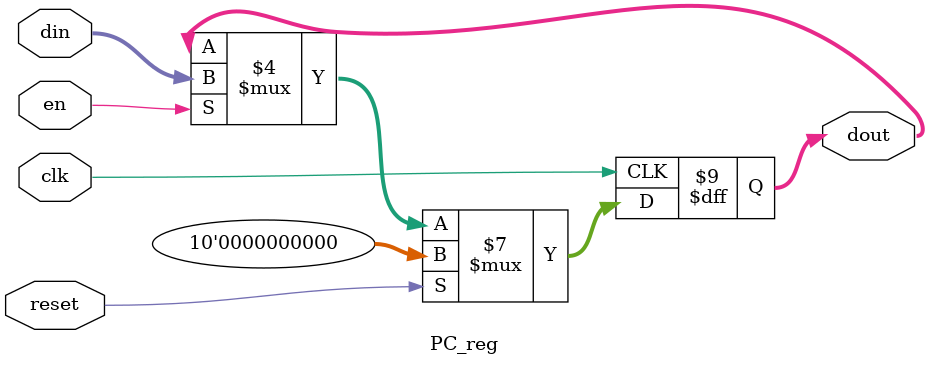
<source format=v>
module PC_reg (
 output reg [9:0] dout,
 input wire clk, reset, en,
 input wire [9:0] din);

 always @(posedge clk) begin //triggered by clock rising edge
     if (reset == 1'b1) begin
        dout <= 10'b0; //output is 0 if reset bit is high
     end
     else if (en == 1'b1) begin
        dout <= din; //when enabled output=input
     end
  end
endmodule
</source>
